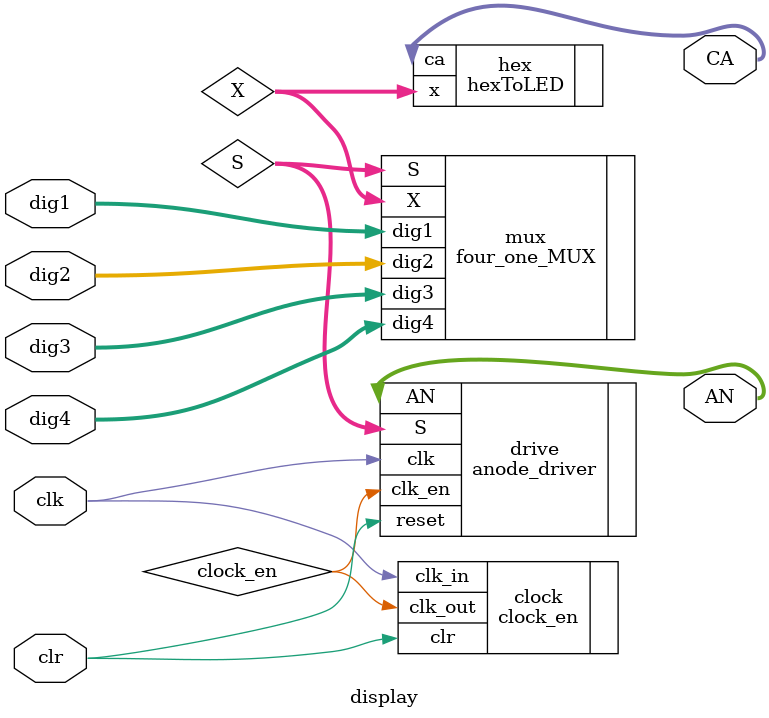
<source format=v>
`timescale 1ns / 1ps


module display(
    input clr,
    input clk,
    input [3:0] dig1,
    input [3:0] dig2,
    input [3:0] dig3,
    input [3:0] dig4,
    output wire [3:0] AN,
    output wire [6:0] CA
    );
    
    wire clock_en;
    wire [1:0] S;
    wire [3:0] X;
    clock_en clock(.clk_in(clk), .clk_out(clock_en), .clr(clr));
    anode_driver drive(.reset(clr), .clk(clk), .clk_en(clock_en), .S(S), .AN(AN));
    four_one_MUX mux(.dig1(dig1), .dig2(dig2), .dig3(dig3), .dig4(dig4), .S(S), .X(X));
    hexToLED hex(.x(X), .ca(CA));
    
endmodule


</source>
